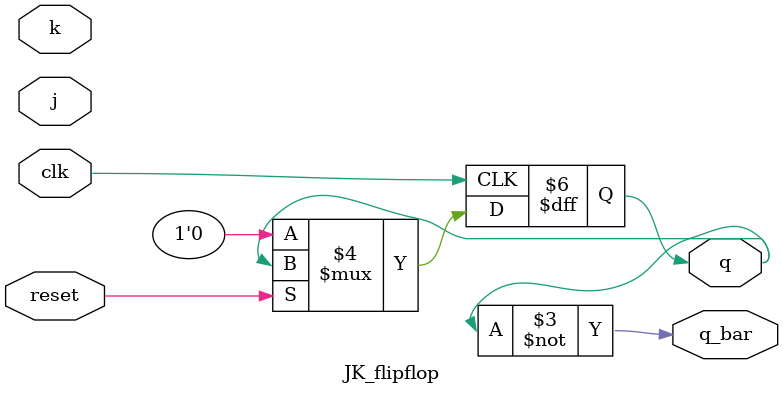
<source format=v>
`timescale 1ns / 1ps


module JK_flipflop (q, q_bar, j,k, clk, reset);        
  input j,k,clk, reset;
  output reg q;
  output q_bar;
  // always@(posedge clk or negedge reset) // for asynchronous reset
  always@(posedge clk) begin // for synchronous reset
    if(!reset)        q <= 0;
    else 
  begin
      case({j,k})              //Write the logic for JK Flip Flop
                              // No change
                              // reset
                             // set
                             // Toggle
      endcase
    end
  end
  assign q_bar = ~q;
endmodule

</source>
